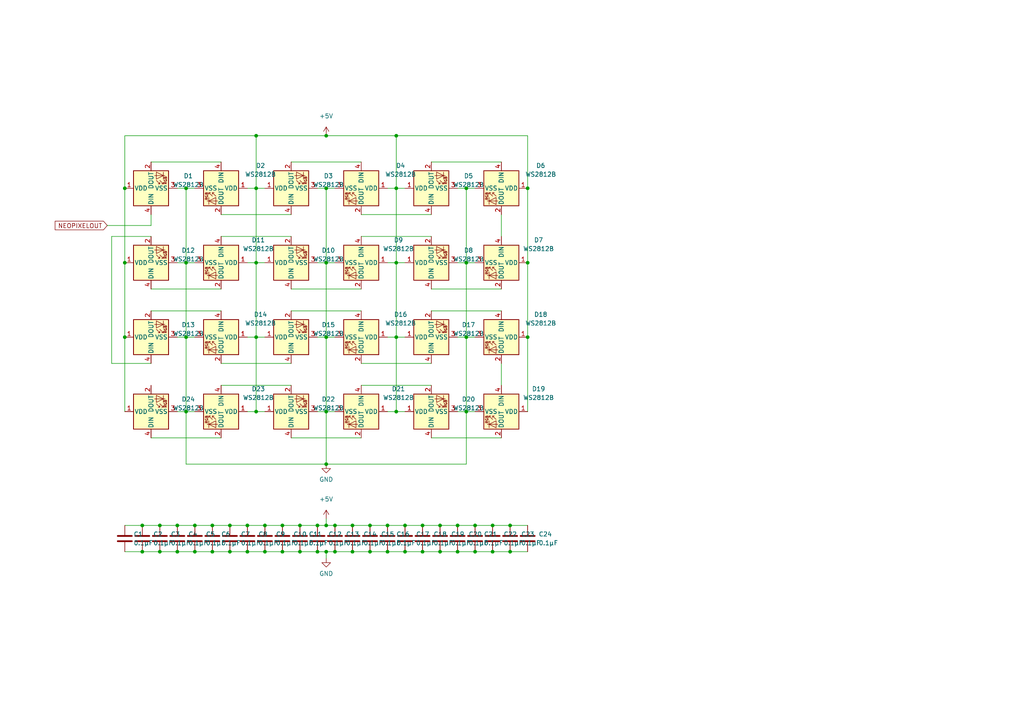
<source format=kicad_sch>
(kicad_sch (version 20211123) (generator eeschema)
  (paper "A4")
  (lib_symbols
    (symbol "Device:C" (pin_numbers hide) (pin_names (offset 0.254))
      (property "Reference" "C" (at 0.635 2.54 0))
      (property "Value" "C" (at 0.635 -2.54 0))
      (symbol "C_0_1"
        (polyline (pts (xy -2.032 -0.762) (xy 2.032 -0.762)) (stroke (width 0.508)))
        (polyline (pts (xy -2.032 0.762) (xy 2.032 0.762)) (stroke (width 0.508)))
      )
      (symbol "C_1_1"
        (pin passive line (at 0 3.81 270) (length 2.794) (name "~") (number "1"))
        (pin passive line (at 0 -3.81 90) (length 2.794) (name "~") (number "2"))
      )
    )
    (symbol "LED:WS2812B" (pin_names (offset 0.254))
      (property "Reference" "D" (at 5.08 5.715 0))
      (property "Value" "WS2812B" (at 1.27 -5.715 0))
      (symbol "WS2812B_0_0"
        (text "RGB" (at 2.286 -4.191 0) (effects (font (size 0.762 0.762))))
      )
      (symbol "WS2812B_0_1"
        (polyline (pts (xy 1.27 -3.556) (xy 1.778 -3.556)))
        (polyline (pts (xy 1.27 -2.54) (xy 1.778 -2.54)))
        (polyline (pts (xy 4.699 -3.556) (xy 2.667 -3.556)))
        (polyline (pts (xy 2.286 -2.54) (xy 1.27 -3.556) (xy 1.27 -3.048)))
        (polyline (pts (xy 2.286 -1.524) (xy 1.27 -2.54) (xy 1.27 -2.032)))
        (polyline (pts (xy 3.683 -1.016) (xy 3.683 -3.556) (xy 3.683 -4.064)))
        (polyline (pts (xy 4.699 -1.524) (xy 2.667 -1.524) (xy 3.683 -3.556) (xy 4.699 -1.524)))
        (rectangle (start 5.08 5.08) (end -5.08 -5.08) (stroke (width 0.254)) (fill (type background)))
      )
      (symbol "WS2812B_1_1"
        (pin power_in line (at 0 7.62 270) (length 2.54) (name "VDD") (number "1"))
        (pin output line (at 7.62 0 180) (length 2.54) (name "DOUT") (number "2"))
        (pin power_in line (at 0 -7.62 90) (length 2.54) (name "VSS") (number "3"))
        (pin input line (at -7.62 0 0) (length 2.54) (name "DIN") (number "4"))
      )
    )
    (symbol "power:+5V" (power) (pin_names (offset 0))
      (property "Value" "+5V" (at 0 3.556 0))
      (symbol "+5V_0_1"
        (polyline (pts (xy -0.762 1.27) (xy 0 2.54)))
        (polyline (pts (xy 0 0) (xy 0 2.54)))
        (polyline (pts (xy 0 2.54) (xy 0.762 1.27)))
      )
      (symbol "+5V_1_1"
        (pin power_in line (at 0 0 90) (length 0) hide (name "+5V") (number "1"))
      )
    )
    (symbol "power:GND" (power) (pin_names (offset 0))
      (property "Value" "GND" (at 0 -3.81 0))
      (symbol "GND_0_1"
        (polyline (pts (xy 0 0) (xy 0 -1.27) (xy 1.27 -1.27) (xy 0 -2.54) (xy -1.27 -1.27) (xy 0 -1.27)))
      )
      (symbol "GND_1_1"
        (pin power_in line (at 0 0 270) (length 0) hide (name "GND") (number "1"))
      )
    )
  )
  (junction (at 46.355 152.4))
  (junction (at 36.195 76.2))
  (junction (at 61.595 152.4))
  (junction (at 94.615 97.79))
  (junction (at 135.255 54.61))
  (junction (at 74.295 97.79))
  (junction (at 153.035 97.79))
  (junction (at 127.635 152.4))
  (junction (at 94.615 134.62))
  (junction (at 51.435 152.4))
  (junction (at 56.515 160.02))
  (junction (at 41.275 160.02))
  (junction (at 86.995 160.02))
  (junction (at 36.195 97.79))
  (junction (at 97.155 152.4))
  (junction (at 135.255 97.79))
  (junction (at 107.315 152.4))
  (junction (at 122.555 160.02))
  (junction (at 66.675 160.02))
  (junction (at 127.635 160.02))
  (junction (at 102.235 152.4))
  (junction (at 117.475 160.02))
  (junction (at 117.475 152.4))
  (junction (at 132.715 160.02))
  (junction (at 132.715 152.4))
  (junction (at 94.615 54.61))
  (junction (at 94.615 152.4))
  (junction (at 114.935 119.38))
  (junction (at 135.255 76.2))
  (junction (at 53.975 119.38))
  (junction (at 41.275 152.4))
  (junction (at 53.975 76.2))
  (junction (at 122.555 152.4))
  (junction (at 66.675 152.4))
  (junction (at 114.935 39.37))
  (junction (at 61.595 160.02))
  (junction (at 102.235 160.02))
  (junction (at 86.995 152.4))
  (junction (at 137.795 160.02))
  (junction (at 147.955 160.02))
  (junction (at 112.395 160.02))
  (junction (at 153.035 54.61))
  (junction (at 56.515 152.4))
  (junction (at 74.295 76.2))
  (junction (at 94.615 160.02))
  (junction (at 74.295 54.61))
  (junction (at 135.255 119.38))
  (junction (at 97.155 160.02))
  (junction (at 76.835 160.02))
  (junction (at 112.395 152.4))
  (junction (at 114.935 76.2))
  (junction (at 92.075 152.4))
  (junction (at 74.295 119.38))
  (junction (at 36.195 54.61))
  (junction (at 94.615 39.37))
  (junction (at 142.875 160.02))
  (junction (at 81.915 160.02))
  (junction (at 71.755 160.02))
  (junction (at 51.435 160.02))
  (junction (at 46.355 160.02))
  (junction (at 114.935 54.61))
  (junction (at 142.875 152.4))
  (junction (at 94.615 119.38))
  (junction (at 53.975 97.79))
  (junction (at 81.915 152.4))
  (junction (at 71.755 152.4))
  (junction (at 137.795 152.4))
  (junction (at 153.035 76.2))
  (junction (at 107.315 160.02))
  (junction (at 92.075 160.02))
  (junction (at 94.615 76.2))
  (junction (at 114.935 97.79))
  (junction (at 74.295 39.37))
  (junction (at 147.955 152.4))
  (junction (at 76.835 152.4))
  (junction (at 53.975 54.61))
  (wire (pts (xy 137.795 152.4) (xy 142.875 152.4)))
  (wire (pts (xy 97.155 160.02) (xy 102.235 160.02)))
  (wire (pts (xy 74.295 54.61) (xy 74.295 39.37)))
  (wire (pts (xy 43.815 68.58) (xy 32.385 68.58)))
  (wire (pts (xy 71.755 152.4) (xy 76.835 152.4)))
  (wire (pts (xy 41.275 160.02) (xy 46.355 160.02)))
  (wire (pts (xy 66.675 152.4) (xy 71.755 152.4)))
  (wire (pts (xy 107.315 152.4) (xy 112.395 152.4)))
  (wire (pts (xy 132.715 160.02) (xy 137.795 160.02)))
  (wire (pts (xy 137.795 160.02) (xy 142.875 160.02)))
  (wire (pts (xy 74.295 97.79) (xy 74.295 119.38)))
  (wire (pts (xy 153.035 76.2) (xy 153.035 97.79)))
  (wire (pts (xy 53.975 119.38) (xy 56.515 119.38)))
  (wire (pts (xy 61.595 160.02) (xy 66.675 160.02)))
  (wire (pts (xy 127.635 160.02) (xy 132.715 160.02)))
  (wire (pts (xy 153.035 97.79) (xy 153.035 119.38)))
  (wire (pts (xy 125.095 83.82) (xy 145.415 83.82)))
  (wire (pts (xy 102.235 152.4) (xy 107.315 152.4)))
  (wire (pts (xy 71.755 54.61) (xy 74.295 54.61)))
  (wire (pts (xy 145.415 105.41) (xy 145.415 111.76)))
  (wire (pts (xy 112.395 76.2) (xy 114.935 76.2)))
  (wire (pts (xy 94.615 160.02) (xy 94.615 161.925)))
  (wire (pts (xy 114.935 97.79) (xy 114.935 119.38)))
  (wire (pts (xy 84.455 90.17) (xy 104.775 90.17)))
  (wire (pts (xy 132.715 76.2) (xy 135.255 76.2)))
  (wire (pts (xy 92.075 76.2) (xy 94.615 76.2)))
  (wire (pts (xy 84.455 46.99) (xy 104.775 46.99)))
  (wire (pts (xy 76.835 160.02) (xy 81.915 160.02)))
  (wire (pts (xy 132.715 119.38) (xy 135.255 119.38)))
  (wire (pts (xy 122.555 152.4) (xy 127.635 152.4)))
  (wire (pts (xy 51.435 97.79) (xy 53.975 97.79)))
  (wire (pts (xy 102.235 160.02) (xy 107.315 160.02)))
  (wire (pts (xy 117.475 152.4) (xy 122.555 152.4)))
  (wire (pts (xy 104.775 62.23) (xy 125.095 62.23)))
  (wire (pts (xy 112.395 54.61) (xy 114.935 54.61)))
  (wire (pts (xy 56.515 152.4) (xy 61.595 152.4)))
  (wire (pts (xy 84.455 127) (xy 104.775 127)))
  (wire (pts (xy 71.755 119.38) (xy 74.295 119.38)))
  (wire (pts (xy 94.615 152.4) (xy 97.155 152.4)))
  (wire (pts (xy 53.975 134.62) (xy 94.615 134.62)))
  (wire (pts (xy 114.935 76.2) (xy 114.935 97.79)))
  (wire (pts (xy 94.615 39.37) (xy 114.935 39.37)))
  (wire (pts (xy 132.715 97.79) (xy 135.255 97.79)))
  (wire (pts (xy 43.815 83.82) (xy 64.135 83.82)))
  (wire (pts (xy 114.935 119.38) (xy 117.475 119.38)))
  (wire (pts (xy 114.935 54.61) (xy 117.475 54.61)))
  (wire (pts (xy 64.135 111.76) (xy 84.455 111.76)))
  (wire (pts (xy 94.615 54.61) (xy 94.615 76.2)))
  (wire (pts (xy 147.955 152.4) (xy 153.035 152.4)))
  (wire (pts (xy 104.775 68.58) (xy 125.095 68.58)))
  (wire (pts (xy 74.295 39.37) (xy 94.615 39.37)))
  (wire (pts (xy 135.255 97.79) (xy 135.255 119.38)))
  (wire (pts (xy 36.195 54.61) (xy 36.195 76.2)))
  (wire (pts (xy 142.875 160.02) (xy 147.955 160.02)))
  (wire (pts (xy 74.295 54.61) (xy 74.295 76.2)))
  (wire (pts (xy 94.615 54.61) (xy 97.155 54.61)))
  (wire (pts (xy 125.095 90.17) (xy 145.415 90.17)))
  (wire (pts (xy 94.615 150.495) (xy 94.615 152.4)))
  (wire (pts (xy 41.275 152.4) (xy 46.355 152.4)))
  (wire (pts (xy 66.675 160.02) (xy 71.755 160.02)))
  (wire (pts (xy 135.255 97.79) (xy 137.795 97.79)))
  (wire (pts (xy 107.315 160.02) (xy 112.395 160.02)))
  (wire (pts (xy 32.385 68.58) (xy 32.385 105.41)))
  (wire (pts (xy 112.395 152.4) (xy 117.475 152.4)))
  (wire (pts (xy 112.395 97.79) (xy 114.935 97.79)))
  (wire (pts (xy 114.935 39.37) (xy 114.935 54.61)))
  (wire (pts (xy 64.135 62.23) (xy 84.455 62.23)))
  (wire (pts (xy 153.035 54.61) (xy 153.035 76.2)))
  (wire (pts (xy 31.115 65.405) (xy 43.815 65.405)))
  (wire (pts (xy 53.975 54.61) (xy 53.975 76.2)))
  (wire (pts (xy 46.355 152.4) (xy 51.435 152.4)))
  (wire (pts (xy 92.075 54.61) (xy 94.615 54.61)))
  (wire (pts (xy 84.455 83.82) (xy 104.775 83.82)))
  (wire (pts (xy 135.255 134.62) (xy 135.255 119.38)))
  (wire (pts (xy 74.295 76.2) (xy 76.835 76.2)))
  (wire (pts (xy 36.195 76.2) (xy 36.195 97.79)))
  (wire (pts (xy 125.095 46.99) (xy 145.415 46.99)))
  (wire (pts (xy 76.835 152.4) (xy 81.915 152.4)))
  (wire (pts (xy 64.135 68.58) (xy 84.455 68.58)))
  (wire (pts (xy 114.935 39.37) (xy 153.035 39.37)))
  (wire (pts (xy 74.295 54.61) (xy 76.835 54.61)))
  (wire (pts (xy 122.555 160.02) (xy 127.635 160.02)))
  (wire (pts (xy 112.395 119.38) (xy 114.935 119.38)))
  (wire (pts (xy 71.755 76.2) (xy 74.295 76.2)))
  (wire (pts (xy 43.815 62.23) (xy 43.815 65.405)))
  (wire (pts (xy 51.435 160.02) (xy 56.515 160.02)))
  (wire (pts (xy 135.255 76.2) (xy 135.255 97.79)))
  (wire (pts (xy 114.935 76.2) (xy 117.475 76.2)))
  (wire (pts (xy 74.295 119.38) (xy 76.835 119.38)))
  (wire (pts (xy 92.075 97.79) (xy 94.615 97.79)))
  (wire (pts (xy 53.975 76.2) (xy 53.975 97.79)))
  (wire (pts (xy 114.935 97.79) (xy 117.475 97.79)))
  (wire (pts (xy 53.975 76.2) (xy 56.515 76.2)))
  (wire (pts (xy 86.995 152.4) (xy 92.075 152.4)))
  (wire (pts (xy 46.355 160.02) (xy 51.435 160.02)))
  (wire (pts (xy 61.595 152.4) (xy 66.675 152.4)))
  (wire (pts (xy 74.295 76.2) (xy 74.295 97.79)))
  (wire (pts (xy 81.915 152.4) (xy 86.995 152.4)))
  (wire (pts (xy 43.815 127) (xy 64.135 127)))
  (wire (pts (xy 135.255 54.61) (xy 135.255 76.2)))
  (wire (pts (xy 94.615 134.62) (xy 135.255 134.62)))
  (wire (pts (xy 36.195 152.4) (xy 41.275 152.4)))
  (wire (pts (xy 53.975 97.79) (xy 56.515 97.79)))
  (wire (pts (xy 71.755 160.02) (xy 76.835 160.02)))
  (wire (pts (xy 104.775 111.76) (xy 125.095 111.76)))
  (wire (pts (xy 132.715 54.61) (xy 135.255 54.61)))
  (wire (pts (xy 97.155 152.4) (xy 102.235 152.4)))
  (wire (pts (xy 94.615 119.38) (xy 97.155 119.38)))
  (wire (pts (xy 36.195 97.79) (xy 36.195 119.38)))
  (wire (pts (xy 142.875 152.4) (xy 147.955 152.4)))
  (wire (pts (xy 135.255 119.38) (xy 137.795 119.38)))
  (wire (pts (xy 125.095 127) (xy 145.415 127)))
  (wire (pts (xy 94.615 97.79) (xy 94.615 119.38)))
  (wire (pts (xy 43.815 46.99) (xy 64.135 46.99)))
  (wire (pts (xy 53.975 97.79) (xy 53.975 119.38)))
  (wire (pts (xy 153.035 39.37) (xy 153.035 54.61)))
  (wire (pts (xy 74.295 97.79) (xy 76.835 97.79)))
  (wire (pts (xy 53.975 54.61) (xy 56.515 54.61)))
  (wire (pts (xy 92.075 152.4) (xy 94.615 152.4)))
  (wire (pts (xy 32.385 105.41) (xy 43.815 105.41)))
  (wire (pts (xy 145.415 62.23) (xy 145.415 68.58)))
  (wire (pts (xy 81.915 160.02) (xy 86.995 160.02)))
  (wire (pts (xy 114.935 54.61) (xy 114.935 76.2)))
  (wire (pts (xy 94.615 76.2) (xy 97.155 76.2)))
  (wire (pts (xy 135.255 76.2) (xy 137.795 76.2)))
  (wire (pts (xy 147.955 160.02) (xy 153.035 160.02)))
  (wire (pts (xy 92.075 160.02) (xy 94.615 160.02)))
  (wire (pts (xy 53.975 119.38) (xy 53.975 134.62)))
  (wire (pts (xy 112.395 160.02) (xy 117.475 160.02)))
  (wire (pts (xy 51.435 119.38) (xy 53.975 119.38)))
  (wire (pts (xy 117.475 160.02) (xy 122.555 160.02)))
  (wire (pts (xy 127.635 152.4) (xy 132.715 152.4)))
  (wire (pts (xy 36.195 160.02) (xy 41.275 160.02)))
  (wire (pts (xy 94.615 160.02) (xy 97.155 160.02)))
  (wire (pts (xy 71.755 97.79) (xy 74.295 97.79)))
  (wire (pts (xy 94.615 76.2) (xy 94.615 97.79)))
  (wire (pts (xy 51.435 54.61) (xy 53.975 54.61)))
  (wire (pts (xy 94.615 97.79) (xy 97.155 97.79)))
  (wire (pts (xy 43.815 90.17) (xy 64.135 90.17)))
  (wire (pts (xy 94.615 119.38) (xy 94.615 134.62)))
  (wire (pts (xy 51.435 76.2) (xy 53.975 76.2)))
  (wire (pts (xy 104.775 105.41) (xy 125.095 105.41)))
  (wire (pts (xy 132.715 152.4) (xy 137.795 152.4)))
  (wire (pts (xy 92.075 119.38) (xy 94.615 119.38)))
  (wire (pts (xy 36.195 39.37) (xy 74.295 39.37)))
  (wire (pts (xy 51.435 152.4) (xy 56.515 152.4)))
  (wire (pts (xy 135.255 54.61) (xy 137.795 54.61)))
  (wire (pts (xy 56.515 160.02) (xy 61.595 160.02)))
  (wire (pts (xy 36.195 54.61) (xy 36.195 39.37)))
  (wire (pts (xy 64.135 105.41) (xy 84.455 105.41)))
  (wire (pts (xy 86.995 160.02) (xy 92.075 160.02)))
  (global_label "NEOPIXELOUT" (shape input) (at 31.115 65.405 180) (property "Intersheet References" "${INTERSHEET_REFS}" (effects hide)))
  (symbol (lib_id "LED:WS2812B") (at 64.135 97.79 270) (unit 1)
    (property "Reference" "D14" (at 75.565 91.2112 90))
    (property "Value" "WS2812B" (at 75.565 93.7512 90))
    (property "Footprint" "LED:WS2812B" (effects hide))
    (property "Datasheet" "https://cdn-shop.adafruit.com/datasheets/WS2812B.pdf" (effects hide))
  )
  (symbol (lib_id "LED:WS2812B") (at 145.415 54.61 270) (unit 1)
    (property "Reference" "D6" (at 156.845 48.0312 90))
    (property "Value" "WS2812B" (at 156.845 50.5712 90))
    (property "Footprint" "LED:WS2812B" (effects hide))
    (property "Datasheet" "https://cdn-shop.adafruit.com/datasheets/WS2812B.pdf" (effects hide))
  )
  (symbol (lib_id "power:+5V") (at 94.615 39.37 0) (unit 1)
    (property "Reference" "#PWR09" (effects hide))
    (property "Value" "+5V" (at 94.615 33.655 0))
  )
  (symbol (lib_id "Device:C") (at 107.315 156.21 0) (unit 1)
    (property "Reference" "C15" (at 110.49 154.9399 0) (effects (justify left)))
    (property "Value" "0.1µF" (at 110.49 157.4799 0) (effects (justify left)))
    (property "Footprint" "Capacitors:0603" (effects hide))
  )
  (symbol (lib_id "Device:C") (at 117.475 156.21 0) (unit 1)
    (property "Reference" "C17" (at 120.65 154.9399 0) (effects (justify left)))
    (property "Value" "0.1µF" (at 120.65 157.4799 0) (effects (justify left)))
    (property "Footprint" "Capacitors:0603" (effects hide))
  )
  (symbol (lib_id "power:GND") (at 94.615 134.62 0) (unit 1)
    (property "Reference" "#PWR010" (effects hide))
    (property "Value" "GND" (at 94.615 139.065 0))
  )
  (symbol (lib_id "power:+5V") (at 94.615 150.495 0) (unit 1)
    (property "Reference" "#PWR011" (effects hide))
    (property "Value" "+5V" (at 94.615 144.78 0))
  )
  (symbol (lib_id "Device:C") (at 81.915 156.21 0) (unit 1)
    (property "Reference" "C10" (at 85.09 154.9399 0) (effects (justify left)))
    (property "Value" "0.1µF" (at 85.09 157.4799 0) (effects (justify left)))
    (property "Footprint" "Capacitors:0603" (effects hide))
  )
  (symbol (lib_id "LED:WS2812B") (at 43.815 119.38 90) (unit 1)
    (property "Reference" "D24" (at 54.61 115.7986 90))
    (property "Value" "WS2812B" (at 54.61 118.3386 90))
    (property "Footprint" "LED:WS2812B" (effects hide))
    (property "Datasheet" "https://cdn-shop.adafruit.com/datasheets/WS2812B.pdf" (effects hide))
  )
  (symbol (lib_id "LED:WS2812B") (at 145.415 119.38 270) (unit 1)
    (property "Reference" "D19" (at 156.21 112.8012 90))
    (property "Value" "WS2812B" (at 156.21 115.3412 90))
    (property "Footprint" "LED:WS2812B" (effects hide))
    (property "Datasheet" "https://cdn-shop.adafruit.com/datasheets/WS2812B.pdf" (effects hide))
  )
  (symbol (lib_id "LED:WS2812B") (at 104.775 97.79 270) (unit 1)
    (property "Reference" "D16" (at 116.205 91.2112 90))
    (property "Value" "WS2812B" (at 116.205 93.7512 90))
    (property "Footprint" "LED:WS2812B" (effects hide))
    (property "Datasheet" "https://cdn-shop.adafruit.com/datasheets/WS2812B.pdf" (effects hide))
  )
  (symbol (lib_id "LED:WS2812B") (at 64.135 119.38 270) (unit 1)
    (property "Reference" "D23" (at 74.93 112.8012 90))
    (property "Value" "WS2812B" (at 74.93 115.3412 90))
    (property "Footprint" "LED:WS2812B" (effects hide))
    (property "Datasheet" "https://cdn-shop.adafruit.com/datasheets/WS2812B.pdf" (effects hide))
  )
  (symbol (lib_id "LED:WS2812B") (at 84.455 54.61 90) (unit 1)
    (property "Reference" "D3" (at 95.25 51.0286 90))
    (property "Value" "WS2812B" (at 95.25 53.5686 90))
    (property "Footprint" "LED:WS2812B" (effects hide))
    (property "Datasheet" "https://cdn-shop.adafruit.com/datasheets/WS2812B.pdf" (effects hide))
  )
  (symbol (lib_id "LED:WS2812B") (at 43.815 76.2 90) (unit 1)
    (property "Reference" "D12" (at 54.61 72.6186 90))
    (property "Value" "WS2812B" (at 54.61 75.1586 90))
    (property "Footprint" "LED:WS2812B" (effects hide))
    (property "Datasheet" "https://cdn-shop.adafruit.com/datasheets/WS2812B.pdf" (effects hide))
  )
  (symbol (lib_id "Device:C") (at 122.555 156.21 0) (unit 1)
    (property "Reference" "C18" (at 125.73 154.9399 0) (effects (justify left)))
    (property "Value" "0.1µF" (at 125.73 157.4799 0) (effects (justify left)))
    (property "Footprint" "Capacitors:0603" (effects hide))
  )
  (symbol (lib_id "LED:WS2812B") (at 125.095 76.2 90) (unit 1)
    (property "Reference" "D8" (at 135.89 72.6186 90))
    (property "Value" "WS2812B" (at 135.89 75.1586 90))
    (property "Footprint" "LED:WS2812B" (effects hide))
    (property "Datasheet" "https://cdn-shop.adafruit.com/datasheets/WS2812B.pdf" (effects hide))
  )
  (symbol (lib_id "LED:WS2812B") (at 125.095 54.61 90) (unit 1)
    (property "Reference" "D5" (at 135.89 51.0286 90))
    (property "Value" "WS2812B" (at 135.89 53.5686 90))
    (property "Footprint" "LED:WS2812B" (effects hide))
    (property "Datasheet" "https://cdn-shop.adafruit.com/datasheets/WS2812B.pdf" (effects hide))
  )
  (symbol (lib_id "Device:C") (at 147.955 156.21 0) (unit 1)
    (property "Reference" "C23" (at 151.13 154.9399 0) (effects (justify left)))
    (property "Value" "0.1µF" (at 151.13 157.4799 0) (effects (justify left)))
    (property "Footprint" "Capacitors:0603" (effects hide))
  )
  (symbol (lib_id "Device:C") (at 76.835 156.21 0) (unit 1)
    (property "Reference" "C9" (at 80.01 154.9399 0) (effects (justify left)))
    (property "Value" "0.1µF" (at 80.01 157.4799 0) (effects (justify left)))
    (property "Footprint" "Capacitors:0603" (effects hide))
  )
  (symbol (lib_id "power:GND") (at 94.615 161.925 0) (unit 1)
    (property "Reference" "#PWR012" (effects hide))
    (property "Value" "GND" (at 94.615 166.37 0))
  )
  (symbol (lib_id "Device:C") (at 142.875 156.21 0) (unit 1)
    (property "Reference" "C22" (at 146.05 154.9399 0) (effects (justify left)))
    (property "Value" "0.1µF" (at 146.05 157.4799 0) (effects (justify left)))
    (property "Footprint" "Capacitors:0603" (effects hide))
  )
  (symbol (lib_id "Device:C") (at 92.075 156.21 0) (unit 1)
    (property "Reference" "C12" (at 95.25 154.9399 0) (effects (justify left)))
    (property "Value" "0.1µF" (at 95.25 157.4799 0) (effects (justify left)))
    (property "Footprint" "Capacitors:0603" (effects hide))
  )
  (symbol (lib_id "LED:WS2812B") (at 145.415 97.79 270) (unit 1)
    (property "Reference" "D18" (at 156.845 91.2112 90))
    (property "Value" "WS2812B" (at 156.845 93.7512 90))
    (property "Footprint" "LED:WS2812B" (effects hide))
    (property "Datasheet" "https://cdn-shop.adafruit.com/datasheets/WS2812B.pdf" (effects hide))
  )
  (symbol (lib_id "LED:WS2812B") (at 43.815 54.61 90) (unit 1)
    (property "Reference" "D1" (at 54.61 51.0286 90))
    (property "Value" "WS2812B" (at 54.61 53.5686 90))
    (property "Footprint" "LED:WS2812B" (effects hide))
    (property "Datasheet" "https://cdn-shop.adafruit.com/datasheets/WS2812B.pdf" (effects hide))
  )
  (symbol (lib_id "Device:C") (at 46.355 156.21 0) (unit 1)
    (property "Reference" "C3" (at 49.53 154.9399 0) (effects (justify left)))
    (property "Value" "0.1µF" (at 49.53 157.4799 0) (effects (justify left)))
    (property "Footprint" "Capacitors:0603" (effects hide))
  )
  (symbol (lib_id "Device:C") (at 56.515 156.21 0) (unit 1)
    (property "Reference" "C5" (at 59.69 154.9399 0) (effects (justify left)))
    (property "Value" "0.1µF" (at 59.69 157.4799 0) (effects (justify left)))
    (property "Footprint" "Capacitors:0603" (effects hide))
  )
  (symbol (lib_id "Device:C") (at 112.395 156.21 0) (unit 1)
    (property "Reference" "C16" (at 114.935 154.9399 0) (effects (justify left)))
    (property "Value" "0.1µF" (at 114.935 157.4799 0) (effects (justify left)))
    (property "Footprint" "Capacitors:0603" (effects hide))
  )
  (symbol (lib_id "Device:C") (at 97.155 156.21 0) (unit 1)
    (property "Reference" "C13" (at 100.33 154.9399 0) (effects (justify left)))
    (property "Value" "0.1µF" (at 100.33 157.4799 0) (effects (justify left)))
    (property "Footprint" "Capacitors:0603" (effects hide))
  )
  (symbol (lib_id "LED:WS2812B") (at 43.815 97.79 90) (unit 1)
    (property "Reference" "D13" (at 54.61 94.2086 90))
    (property "Value" "WS2812B" (at 54.61 96.7486 90))
    (property "Footprint" "LED:WS2812B" (effects hide))
    (property "Datasheet" "https://cdn-shop.adafruit.com/datasheets/WS2812B.pdf" (effects hide))
  )
  (symbol (lib_id "LED:WS2812B") (at 125.095 97.79 90) (unit 1)
    (property "Reference" "D17" (at 135.89 94.2086 90))
    (property "Value" "WS2812B" (at 135.89 96.7486 90))
    (property "Footprint" "LED:WS2812B" (effects hide))
    (property "Datasheet" "https://cdn-shop.adafruit.com/datasheets/WS2812B.pdf" (effects hide))
  )
  (symbol (lib_id "LED:WS2812B") (at 104.775 76.2 270) (unit 1)
    (property "Reference" "D9" (at 115.57 69.6212 90))
    (property "Value" "WS2812B" (at 115.57 72.1612 90))
    (property "Footprint" "LED:WS2812B" (effects hide))
    (property "Datasheet" "https://cdn-shop.adafruit.com/datasheets/WS2812B.pdf" (effects hide))
  )
  (symbol (lib_id "Device:C") (at 61.595 156.21 0) (unit 1)
    (property "Reference" "C6" (at 64.135 154.9399 0) (effects (justify left)))
    (property "Value" "0.1µF" (at 64.135 157.4799 0) (effects (justify left)))
    (property "Footprint" "Capacitors:0603" (effects hide))
  )
  (symbol (lib_id "Device:C") (at 86.995 156.21 0) (unit 1)
    (property "Reference" "C11" (at 89.535 154.9399 0) (effects (justify left)))
    (property "Value" "0.1µF" (at 89.535 157.4799 0) (effects (justify left)))
    (property "Footprint" "Capacitors:0603" (effects hide))
  )
  (symbol (lib_id "Device:C") (at 51.435 156.21 0) (unit 1)
    (property "Reference" "C4" (at 54.61 154.9399 0) (effects (justify left)))
    (property "Value" "0.1µF" (at 54.61 157.4799 0) (effects (justify left)))
    (property "Footprint" "Capacitors:0603" (effects hide))
  )
  (symbol (lib_id "Device:C") (at 153.035 156.21 0) (unit 1)
    (property "Reference" "C24" (at 156.21 154.9399 0) (effects (justify left)))
    (property "Value" "0.1µF" (at 156.21 157.4799 0) (effects (justify left)))
    (property "Footprint" "Capacitors:0603" (effects hide))
  )
  (symbol (lib_id "Device:C") (at 36.195 156.21 0) (unit 1)
    (property "Reference" "C1" (at 38.735 154.9399 0) (effects (justify left)))
    (property "Value" "0.1µF" (at 38.735 157.4799 0) (effects (justify left)))
    (property "Footprint" "Capacitors:0603" (effects hide))
  )
  (symbol (lib_id "Device:C") (at 71.755 156.21 0) (unit 1)
    (property "Reference" "C8" (at 74.93 154.9399 0) (effects (justify left)))
    (property "Value" "0.1µF" (at 74.93 157.4799 0) (effects (justify left)))
    (property "Footprint" "Capacitors:0603" (effects hide))
  )
  (symbol (lib_id "LED:WS2812B") (at 84.455 119.38 90) (unit 1)
    (property "Reference" "D22" (at 95.25 115.7986 90))
    (property "Value" "WS2812B" (at 95.25 118.3386 90))
    (property "Footprint" "LED:WS2812B" (effects hide))
    (property "Datasheet" "https://cdn-shop.adafruit.com/datasheets/WS2812B.pdf" (effects hide))
  )
  (symbol (lib_id "Device:C") (at 132.715 156.21 0) (unit 1)
    (property "Reference" "C20" (at 135.89 154.9399 0) (effects (justify left)))
    (property "Value" "0.1µF" (at 135.89 157.4799 0) (effects (justify left)))
    (property "Footprint" "Capacitors:0603" (effects hide))
  )
  (symbol (lib_id "LED:WS2812B") (at 64.135 54.61 270) (unit 1)
    (property "Reference" "D2" (at 75.565 48.0312 90))
    (property "Value" "WS2812B" (at 75.565 50.5712 90))
    (property "Footprint" "LED:WS2812B" (effects hide))
    (property "Datasheet" "https://cdn-shop.adafruit.com/datasheets/WS2812B.pdf" (effects hide))
  )
  (symbol (lib_id "LED:WS2812B") (at 104.775 119.38 270) (unit 1)
    (property "Reference" "D21" (at 115.57 112.8012 90))
    (property "Value" "WS2812B" (at 115.57 115.3412 90))
    (property "Footprint" "LED:WS2812B" (effects hide))
    (property "Datasheet" "https://cdn-shop.adafruit.com/datasheets/WS2812B.pdf" (effects hide))
  )
  (symbol (lib_id "LED:WS2812B") (at 84.455 76.2 90) (unit 1)
    (property "Reference" "D10" (at 95.25 72.6186 90))
    (property "Value" "WS2812B" (at 95.25 75.1586 90))
    (property "Footprint" "LED:WS2812B" (effects hide))
    (property "Datasheet" "https://cdn-shop.adafruit.com/datasheets/WS2812B.pdf" (effects hide))
  )
  (symbol (lib_id "LED:WS2812B") (at 125.095 119.38 90) (unit 1)
    (property "Reference" "D20" (at 135.89 115.7986 90))
    (property "Value" "WS2812B" (at 135.89 118.3386 90))
    (property "Footprint" "LED:WS2812B" (effects hide))
    (property "Datasheet" "https://cdn-shop.adafruit.com/datasheets/WS2812B.pdf" (effects hide))
  )
  (symbol (lib_id "LED:WS2812B") (at 104.775 54.61 270) (unit 1)
    (property "Reference" "D4" (at 116.205 48.0312 90))
    (property "Value" "WS2812B" (at 116.205 50.5712 90))
    (property "Footprint" "LED:WS2812B" (effects hide))
    (property "Datasheet" "https://cdn-shop.adafruit.com/datasheets/WS2812B.pdf" (effects hide))
  )
  (symbol (lib_id "LED:WS2812B") (at 145.415 76.2 270) (unit 1)
    (property "Reference" "D7" (at 156.21 69.6212 90))
    (property "Value" "WS2812B" (at 156.21 72.1612 90))
    (property "Footprint" "LED:WS2812B" (effects hide))
    (property "Datasheet" "https://cdn-shop.adafruit.com/datasheets/WS2812B.pdf" (effects hide))
  )
  (symbol (lib_id "Device:C") (at 102.235 156.21 0) (unit 1)
    (property "Reference" "C14" (at 105.41 154.9399 0) (effects (justify left)))
    (property "Value" "0.1µF" (at 105.41 157.4799 0) (effects (justify left)))
    (property "Footprint" "Capacitors:0603" (effects hide))
  )
  (symbol (lib_id "LED:WS2812B") (at 84.455 97.79 90) (unit 1)
    (property "Reference" "D15" (at 95.25 94.2086 90))
    (property "Value" "WS2812B" (at 95.25 96.7486 90))
    (property "Footprint" "LED:WS2812B" (effects hide))
    (property "Datasheet" "https://cdn-shop.adafruit.com/datasheets/WS2812B.pdf" (effects hide))
  )
  (symbol (lib_id "Device:C") (at 66.675 156.21 0) (unit 1)
    (property "Reference" "C7" (at 69.85 154.9399 0) (effects (justify left)))
    (property "Value" "0.1µF" (at 69.85 157.4799 0) (effects (justify left)))
    (property "Footprint" "Capacitors:0603" (effects hide))
  )
  (symbol (lib_id "Device:C") (at 137.795 156.21 0) (unit 1)
    (property "Reference" "C21" (at 140.335 154.9399 0) (effects (justify left)))
    (property "Value" "0.1µF" (at 140.335 157.4799 0) (effects (justify left)))
    (property "Footprint" "Capacitors:0603" (effects hide))
  )
  (symbol (lib_id "Device:C") (at 127.635 156.21 0) (unit 1)
    (property "Reference" "C19" (at 130.81 154.9399 0) (effects (justify left)))
    (property "Value" "0.1µF" (at 130.81 157.4799 0) (effects (justify left)))
    (property "Footprint" "Capacitors:0603" (effects hide))
  )
  (symbol (lib_id "Device:C") (at 41.275 156.21 0) (unit 1)
    (property "Reference" "C2" (at 44.45 154.9399 0) (effects (justify left)))
    (property "Value" "0.1µF" (at 44.45 157.4799 0) (effects (justify left)))
    (property "Footprint" "Capacitors:0603" (effects hide))
  )
  (symbol (lib_id "LED:WS2812B") (at 64.135 76.2 270) (unit 1)
    (property "Reference" "D11" (at 74.93 69.6212 90))
    (property "Value" "WS2812B" (at 74.93 72.1612 90))
    (property "Footprint" "LED:WS2812B" (effects hide))
    (property "Datasheet" "https://cdn-shop.adafruit.com/datasheets/WS2812B.pdf" (effects hide))
  )
)
</source>
